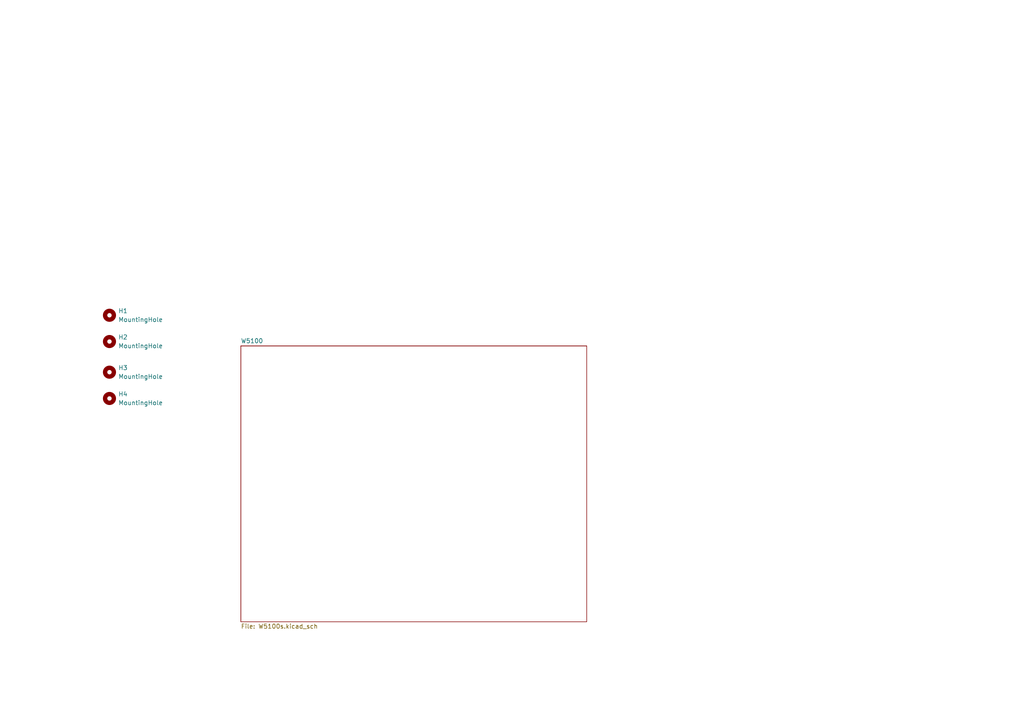
<source format=kicad_sch>
(kicad_sch (version 20230121) (generator eeschema)
  (paper "A4")
  (lib_symbols
    (symbol "Mechanical:MountingHole" (pin_names (offset 1.016))
      (property "Reference" "H" (at 0 5.08 0))
      (property "Value" "MountingHole" (at 0 3.175 0))
      (symbol "MountingHole_0_1"
        (circle (center 0 0) (radius 1.27) (stroke (width 1.27)))
      )
    )
  )
  (symbol (lib_id "Mechanical:MountingHole") (at 31.75 107.95 0) (unit 1)
    (property "Reference" "H3" (at 34.29 106.68 0) (effects (justify left)))
    (property "Value" "MountingHole" (at 34.29 109.22 0) (effects (justify left)))
    (property "Footprint" "MountingHole:MountingHole_2.2mm_M2" (effects hide))
  )
  (symbol (lib_id "Mechanical:MountingHole") (at 31.75 99.06 0) (unit 1)
    (property "Reference" "H2" (at 34.29 97.79 0) (effects (justify left)))
    (property "Value" "MountingHole" (at 34.29 100.33 0) (effects (justify left)))
    (property "Footprint" "MountingHole:MountingHole_2.2mm_M2" (effects hide))
  )
  (symbol (lib_id "Mechanical:MountingHole") (at 31.75 115.57 0) (unit 1)
    (property "Reference" "H4" (at 34.29 114.3 0) (effects (justify left)))
    (property "Value" "MountingHole" (at 34.29 116.84 0) (effects (justify left)))
    (property "Footprint" "MountingHole:MountingHole_2.2mm_M2" (effects hide))
  )
  (symbol (lib_id "Mechanical:MountingHole") (at 31.75 91.44 0) (unit 1)
    (property "Reference" "H1" (at 34.29 90.17 0) (effects (justify left)))
    (property "Value" "MountingHole" (at 34.29 92.71 0) (effects (justify left)))
    (property "Footprint" "MountingHole:MountingHole_2.2mm_M2" (effects hide))
  )
  (sheet (at 69.85 100.33) (size 100.33 80.01) (stroke (width 0.1524))
    (property "Sheetname" "W5100" (at 69.85 99.6184 0) (effects (justify left bottom)))
    (property "Sheetfile" "W5100s.kicad_sch" (at 69.85 180.9246 0) (effects (justify left top)))
  )
)
</source>
